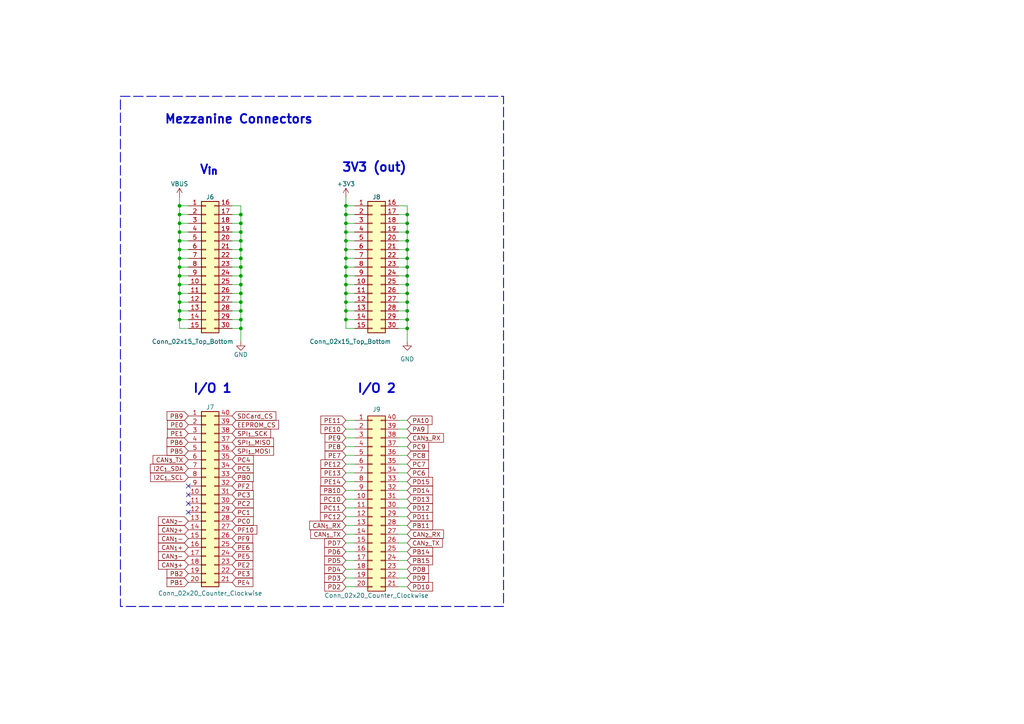
<source format=kicad_sch>
(kicad_sch (version 20231120) (generator "eeschema") (generator_version "8.0")
  (paper "A4")
  (lib_symbols
    (symbol "Connector_Generic:Conn_02x15_Top_Bottom" (pin_names (offset 1.016) hide)
      (property "Reference" "J" (at 1.27 20.32 0))
      (property "Value" "Conn_02x15_Top_Bottom" (at 1.27 -20.32 0))
      (symbol "Conn_02x15_Top_Bottom_1_1"
        (rectangle (start -1.27 -17.653) (end 0 -17.907) (stroke (width 0.1524)))
        (rectangle (start -1.27 -15.113) (end 0 -15.367) (stroke (width 0.1524)))
        (rectangle (start -1.27 -12.573) (end 0 -12.827) (stroke (width 0.1524)))
        (rectangle (start -1.27 -10.033) (end 0 -10.287) (stroke (width 0.1524)))
        (rectangle (start -1.27 -7.493) (end 0 -7.747) (stroke (width 0.1524)))
        (rectangle (start -1.27 -4.953) (end 0 -5.207) (stroke (width 0.1524)))
        (rectangle (start -1.27 -2.413) (end 0 -2.667) (stroke (width 0.1524)))
        (rectangle (start -1.27 0.127) (end 0 -0.127) (stroke (width 0.1524)))
        (rectangle (start -1.27 2.667) (end 0 2.413) (stroke (width 0.1524)))
        (rectangle (start -1.27 5.207) (end 0 4.953) (stroke (width 0.1524)))
        (rectangle (start -1.27 7.747) (end 0 7.493) (stroke (width 0.1524)))
        (rectangle (start -1.27 10.287) (end 0 10.033) (stroke (width 0.1524)))
        (rectangle (start -1.27 12.827) (end 0 12.573) (stroke (width 0.1524)))
        (rectangle (start -1.27 15.367) (end 0 15.113) (stroke (width 0.1524)))
        (rectangle (start -1.27 17.907) (end 0 17.653) (stroke (width 0.1524)))
        (rectangle (start -1.27 19.05) (end 3.81 -19.05) (stroke (width 0.254)) (fill (type background)))
        (rectangle (start 3.81 -17.653) (end 2.54 -17.907) (stroke (width 0.1524)))
        (rectangle (start 3.81 -15.113) (end 2.54 -15.367) (stroke (width 0.1524)))
        (rectangle (start 3.81 -12.573) (end 2.54 -12.827) (stroke (width 0.1524)))
        (rectangle (start 3.81 -10.033) (end 2.54 -10.287) (stroke (width 0.1524)))
        (rectangle (start 3.81 -7.493) (end 2.54 -7.747) (stroke (width 0.1524)))
        (rectangle (start 3.81 -4.953) (end 2.54 -5.207) (stroke (width 0.1524)))
        (rectangle (start 3.81 -2.413) (end 2.54 -2.667) (stroke (width 0.1524)))
        (rectangle (start 3.81 0.127) (end 2.54 -0.127) (stroke (width 0.1524)))
        (rectangle (start 3.81 2.667) (end 2.54 2.413) (stroke (width 0.1524)))
        (rectangle (start 3.81 5.207) (end 2.54 4.953) (stroke (width 0.1524)))
        (rectangle (start 3.81 7.747) (end 2.54 7.493) (stroke (width 0.1524)))
        (rectangle (start 3.81 10.287) (end 2.54 10.033) (stroke (width 0.1524)))
        (rectangle (start 3.81 12.827) (end 2.54 12.573) (stroke (width 0.1524)))
        (rectangle (start 3.81 15.367) (end 2.54 15.113) (stroke (width 0.1524)))
        (rectangle (start 3.81 17.907) (end 2.54 17.653) (stroke (width 0.1524)))
        (pin passive line (at -5.08 17.78 0) (length 3.81) (name "Pin_1") (number "1"))
        (pin passive line (at -5.08 -5.08 0) (length 3.81) (name "Pin_10") (number "10"))
        (pin passive line (at -5.08 -7.62 0) (length 3.81) (name "Pin_11") (number "11"))
        (pin passive line (at -5.08 -10.16 0) (length 3.81) (name "Pin_12") (number "12"))
        (pin passive line (at -5.08 -12.7 0) (length 3.81) (name "Pin_13") (number "13"))
        (pin passive line (at -5.08 -15.24 0) (length 3.81) (name "Pin_14") (number "14"))
        (pin passive line (at -5.08 -17.78 0) (length 3.81) (name "Pin_15") (number "15"))
        (pin passive line (at 7.62 17.78 180) (length 3.81) (name "Pin_16") (number "16"))
        (pin passive line (at 7.62 15.24 180) (length 3.81) (name "Pin_17") (number "17"))
        (pin passive line (at 7.62 12.7 180) (length 3.81) (name "Pin_18") (number "18"))
        (pin passive line (at 7.62 10.16 180) (length 3.81) (name "Pin_19") (number "19"))
        (pin passive line (at -5.08 15.24 0) (length 3.81) (name "Pin_2") (number "2"))
        (pin passive line (at 7.62 7.62 180) (length 3.81) (name "Pin_20") (number "20"))
        (pin passive line (at 7.62 5.08 180) (length 3.81) (name "Pin_21") (number "21"))
        (pin passive line (at 7.62 2.54 180) (length 3.81) (name "Pin_22") (number "22"))
        (pin passive line (at 7.62 0 180) (length 3.81) (name "Pin_23") (number "23"))
        (pin passive line (at 7.62 -2.54 180) (length 3.81) (name "Pin_24") (number "24"))
        (pin passive line (at 7.62 -5.08 180) (length 3.81) (name "Pin_25") (number "25"))
        (pin passive line (at 7.62 -7.62 180) (length 3.81) (name "Pin_26") (number "26"))
        (pin passive line (at 7.62 -10.16 180) (length 3.81) (name "Pin_27") (number "27"))
        (pin passive line (at 7.62 -12.7 180) (length 3.81) (name "Pin_28") (number "28"))
        (pin passive line (at 7.62 -15.24 180) (length 3.81) (name "Pin_29") (number "29"))
        (pin passive line (at -5.08 12.7 0) (length 3.81) (name "Pin_3") (number "3"))
        (pin passive line (at 7.62 -17.78 180) (length 3.81) (name "Pin_30") (number "30"))
        (pin passive line (at -5.08 10.16 0) (length 3.81) (name "Pin_4") (number "4"))
        (pin passive line (at -5.08 7.62 0) (length 3.81) (name "Pin_5") (number "5"))
        (pin passive line (at -5.08 5.08 0) (length 3.81) (name "Pin_6") (number "6"))
        (pin passive line (at -5.08 2.54 0) (length 3.81) (name "Pin_7") (number "7"))
        (pin passive line (at -5.08 0 0) (length 3.81) (name "Pin_8") (number "8"))
        (pin passive line (at -5.08 -2.54 0) (length 3.81) (name "Pin_9") (number "9"))
      )
    )
    (symbol "Connector_Generic:Conn_02x20_Counter_Clockwise" (pin_names (offset 1.016) hide)
      (property "Reference" "J" (at 1.27 25.4 0))
      (property "Value" "Conn_02x20_Counter_Clockwise" (at 1.27 -27.94 0))
      (symbol "Conn_02x20_Counter_Clockwise_1_1"
        (rectangle (start -1.27 -25.273) (end 0 -25.527) (stroke (width 0.1524)))
        (rectangle (start -1.27 -22.733) (end 0 -22.987) (stroke (width 0.1524)))
        (rectangle (start -1.27 -20.193) (end 0 -20.447) (stroke (width 0.1524)))
        (rectangle (start -1.27 -17.653) (end 0 -17.907) (stroke (width 0.1524)))
        (rectangle (start -1.27 -15.113) (end 0 -15.367) (stroke (width 0.1524)))
        (rectangle (start -1.27 -12.573) (end 0 -12.827) (stroke (width 0.1524)))
        (rectangle (start -1.27 -10.033) (end 0 -10.287) (stroke (width 0.1524)))
        (rectangle (start -1.27 -7.493) (end 0 -7.747) (stroke (width 0.1524)))
        (rectangle (start -1.27 -4.953) (end 0 -5.207) (stroke (width 0.1524)))
        (rectangle (start -1.27 -2.413) (end 0 -2.667) (stroke (width 0.1524)))
        (rectangle (start -1.27 0.127) (end 0 -0.127) (stroke (width 0.1524)))
        (rectangle (start -1.27 2.667) (end 0 2.413) (stroke (width 0.1524)))
        (rectangle (start -1.27 5.207) (end 0 4.953) (stroke (width 0.1524)))
        (rectangle (start -1.27 7.747) (end 0 7.493) (stroke (width 0.1524)))
        (rectangle (start -1.27 10.287) (end 0 10.033) (stroke (width 0.1524)))
        (rectangle (start -1.27 12.827) (end 0 12.573) (stroke (width 0.1524)))
        (rectangle (start -1.27 15.367) (end 0 15.113) (stroke (width 0.1524)))
        (rectangle (start -1.27 17.907) (end 0 17.653) (stroke (width 0.1524)))
        (rectangle (start -1.27 20.447) (end 0 20.193) (stroke (width 0.1524)))
        (rectangle (start -1.27 22.987) (end 0 22.733) (stroke (width 0.1524)))
        (rectangle (start -1.27 24.13) (end 3.81 -26.67) (stroke (width 0.254)) (fill (type background)))
        (rectangle (start 3.81 -25.273) (end 2.54 -25.527) (stroke (width 0.1524)))
        (rectangle (start 3.81 -22.733) (end 2.54 -22.987) (stroke (width 0.1524)))
        (rectangle (start 3.81 -20.193) (end 2.54 -20.447) (stroke (width 0.1524)))
        (rectangle (start 3.81 -17.653) (end 2.54 -17.907) (stroke (width 0.1524)))
        (rectangle (start 3.81 -15.113) (end 2.54 -15.367) (stroke (width 0.1524)))
        (rectangle (start 3.81 -12.573) (end 2.54 -12.827) (stroke (width 0.1524)))
        (rectangle (start 3.81 -10.033) (end 2.54 -10.287) (stroke (width 0.1524)))
        (rectangle (start 3.81 -7.493) (end 2.54 -7.747) (stroke (width 0.1524)))
        (rectangle (start 3.81 -4.953) (end 2.54 -5.207) (stroke (width 0.1524)))
        (rectangle (start 3.81 -2.413) (end 2.54 -2.667) (stroke (width 0.1524)))
        (rectangle (start 3.81 0.127) (end 2.54 -0.127) (stroke (width 0.1524)))
        (rectangle (start 3.81 2.667) (end 2.54 2.413) (stroke (width 0.1524)))
        (rectangle (start 3.81 5.207) (end 2.54 4.953) (stroke (width 0.1524)))
        (rectangle (start 3.81 7.747) (end 2.54 7.493) (stroke (width 0.1524)))
        (rectangle (start 3.81 10.287) (end 2.54 10.033) (stroke (width 0.1524)))
        (rectangle (start 3.81 12.827) (end 2.54 12.573) (stroke (width 0.1524)))
        (rectangle (start 3.81 15.367) (end 2.54 15.113) (stroke (width 0.1524)))
        (rectangle (start 3.81 17.907) (end 2.54 17.653) (stroke (width 0.1524)))
        (rectangle (start 3.81 20.447) (end 2.54 20.193) (stroke (width 0.1524)))
        (rectangle (start 3.81 22.987) (end 2.54 22.733) (stroke (width 0.1524)))
        (pin passive line (at -5.08 22.86 0) (length 3.81) (name "Pin_1") (number "1"))
        (pin passive line (at -5.08 0 0) (length 3.81) (name "Pin_10") (number "10"))
        (pin passive line (at -5.08 -2.54 0) (length 3.81) (name "Pin_11") (number "11"))
        (pin passive line (at -5.08 -5.08 0) (length 3.81) (name "Pin_12") (number "12"))
        (pin passive line (at -5.08 -7.62 0) (length 3.81) (name "Pin_13") (number "13"))
        (pin passive line (at -5.08 -10.16 0) (length 3.81) (name "Pin_14") (number "14"))
        (pin passive line (at -5.08 -12.7 0) (length 3.81) (name "Pin_15") (number "15"))
        (pin passive line (at -5.08 -15.24 0) (length 3.81) (name "Pin_16") (number "16"))
        (pin passive line (at -5.08 -17.78 0) (length 3.81) (name "Pin_17") (number "17"))
        (pin passive line (at -5.08 -20.32 0) (length 3.81) (name "Pin_18") (number "18"))
        (pin passive line (at -5.08 -22.86 0) (length 3.81) (name "Pin_19") (number "19"))
        (pin passive line (at -5.08 20.32 0) (length 3.81) (name "Pin_2") (number "2"))
        (pin passive line (at -5.08 -25.4 0) (length 3.81) (name "Pin_20") (number "20"))
        (pin passive line (at 7.62 -25.4 180) (length 3.81) (name "Pin_21") (number "21"))
        (pin passive line (at 7.62 -22.86 180) (length 3.81) (name "Pin_22") (number "22"))
        (pin passive line (at 7.62 -20.32 180) (length 3.81) (name "Pin_23") (number "23"))
        (pin passive line (at 7.62 -17.78 180) (length 3.81) (name "Pin_24") (number "24"))
        (pin passive line (at 7.62 -15.24 180) (length 3.81) (name "Pin_25") (number "25"))
        (pin passive line (at 7.62 -12.7 180) (length 3.81) (name "Pin_26") (number "26"))
        (pin passive line (at 7.62 -10.16 180) (length 3.81) (name "Pin_27") (number "27"))
        (pin passive line (at 7.62 -7.62 180) (length 3.81) (name "Pin_28") (number "28"))
        (pin passive line (at 7.62 -5.08 180) (length 3.81) (name "Pin_29") (number "29"))
        (pin passive line (at -5.08 17.78 0) (length 3.81) (name "Pin_3") (number "3"))
        (pin passive line (at 7.62 -2.54 180) (length 3.81) (name "Pin_30") (number "30"))
        (pin passive line (at 7.62 0 180) (length 3.81) (name "Pin_31") (number "31"))
        (pin passive line (at 7.62 2.54 180) (length 3.81) (name "Pin_32") (number "32"))
        (pin passive line (at 7.62 5.08 180) (length 3.81) (name "Pin_33") (number "33"))
        (pin passive line (at 7.62 7.62 180) (length 3.81) (name "Pin_34") (number "34"))
        (pin passive line (at 7.62 10.16 180) (length 3.81) (name "Pin_35") (number "35"))
        (pin passive line (at 7.62 12.7 180) (length 3.81) (name "Pin_36") (number "36"))
        (pin passive line (at 7.62 15.24 180) (length 3.81) (name "Pin_37") (number "37"))
        (pin passive line (at 7.62 17.78 180) (length 3.81) (name "Pin_38") (number "38"))
        (pin passive line (at 7.62 20.32 180) (length 3.81) (name "Pin_39") (number "39"))
        (pin passive line (at -5.08 15.24 0) (length 3.81) (name "Pin_4") (number "4"))
        (pin passive line (at 7.62 22.86 180) (length 3.81) (name "Pin_40") (number "40"))
        (pin passive line (at -5.08 12.7 0) (length 3.81) (name "Pin_5") (number "5"))
        (pin passive line (at -5.08 10.16 0) (length 3.81) (name "Pin_6") (number "6"))
        (pin passive line (at -5.08 7.62 0) (length 3.81) (name "Pin_7") (number "7"))
        (pin passive line (at -5.08 5.08 0) (length 3.81) (name "Pin_8") (number "8"))
        (pin passive line (at -5.08 2.54 0) (length 3.81) (name "Pin_9") (number "9"))
      )
    )
    (symbol "power:+3V3" (power) (pin_names (offset 0))
      (property "Value" "+3V3" (at 0 3.556 0))
      (symbol "+3V3_0_1"
        (polyline (pts (xy -0.762 1.27) (xy 0 2.54)))
        (polyline (pts (xy 0 0) (xy 0 2.54)))
        (polyline (pts (xy 0 2.54) (xy 0.762 1.27)))
      )
      (symbol "+3V3_1_1"
        (pin power_in line (at 0 0 90) (length 0) hide (name "+3V3") (number "1"))
      )
    )
    (symbol "power:GND" (power) (pin_names (offset 0))
      (property "Value" "GND" (at 0 -3.81 0))
      (symbol "GND_0_1"
        (polyline (pts (xy 0 0) (xy 0 -1.27) (xy 1.27 -1.27) (xy 0 -2.54) (xy -1.27 -1.27) (xy 0 -1.27)))
      )
      (symbol "GND_1_1"
        (pin power_in line (at 0 0 270) (length 0) hide (name "GND") (number "1"))
      )
    )
    (symbol "power:VBUS" (power) (pin_names (offset 0))
      (property "Value" "VBUS" (at 0 3.81 0))
      (symbol "VBUS_0_1"
        (polyline (pts (xy -0.762 1.27) (xy 0 2.54)))
        (polyline (pts (xy 0 0) (xy 0 2.54)))
        (polyline (pts (xy 0 2.54) (xy 0.762 1.27)))
      )
      (symbol "VBUS_1_1"
        (pin power_in line (at 0 0 90) (length 0) hide (name "VBUS") (number "1"))
      )
    )
  )
  (junction (at 118.11 77.47))
  (junction (at 69.85 77.47))
  (junction (at 52.07 90.17))
  (junction (at 100.33 77.47))
  (junction (at 52.07 69.85))
  (junction (at 100.33 72.39))
  (junction (at 52.07 62.23))
  (junction (at 69.85 90.17))
  (junction (at 69.85 80.01))
  (junction (at 52.07 80.01))
  (junction (at 69.85 87.63))
  (junction (at 52.07 82.55))
  (junction (at 52.07 64.77))
  (junction (at 118.11 82.55))
  (junction (at 100.33 90.17))
  (junction (at 100.33 59.69))
  (junction (at 69.85 85.09))
  (junction (at 100.33 62.23))
  (junction (at 69.85 64.77))
  (junction (at 100.33 80.01))
  (junction (at 118.11 95.25))
  (junction (at 100.33 82.55))
  (junction (at 52.07 59.69))
  (junction (at 69.85 95.25))
  (junction (at 118.11 62.23))
  (junction (at 118.11 67.31))
  (junction (at 69.85 92.71))
  (junction (at 118.11 90.17))
  (junction (at 118.11 69.85))
  (junction (at 52.07 74.93))
  (junction (at 69.85 74.93))
  (junction (at 100.33 67.31))
  (junction (at 100.33 85.09))
  (junction (at 100.33 92.71))
  (junction (at 118.11 87.63))
  (junction (at 69.85 67.31))
  (junction (at 100.33 87.63))
  (junction (at 52.07 87.63))
  (junction (at 52.07 67.31))
  (junction (at 100.33 74.93))
  (junction (at 52.07 77.47))
  (junction (at 118.11 92.71))
  (junction (at 52.07 92.71))
  (junction (at 100.33 69.85))
  (junction (at 52.07 72.39))
  (junction (at 118.11 85.09))
  (junction (at 69.85 62.23))
  (junction (at 69.85 69.85))
  (junction (at 118.11 74.93))
  (junction (at 52.07 85.09))
  (junction (at 118.11 72.39))
  (junction (at 69.85 82.55))
  (junction (at 118.11 64.77))
  (junction (at 69.85 72.39))
  (junction (at 118.11 80.01))
  (junction (at 100.33 64.77))
  (no_connect (at 54.61 143.51))
  (no_connect (at 54.61 140.97))
  (no_connect (at 54.61 148.59))
  (no_connect (at 54.61 146.05))
  (wire (pts (xy 115.57 62.23) (xy 118.11 62.23)))
  (wire (pts (xy 52.07 90.17) (xy 54.61 90.17)))
  (wire (pts (xy 118.11 69.85) (xy 118.11 72.39)))
  (wire (pts (xy 100.33 72.39) (xy 102.87 72.39)))
  (wire (pts (xy 69.85 82.55) (xy 69.85 85.09)))
  (wire (pts (xy 115.57 77.47) (xy 118.11 77.47)))
  (wire (pts (xy 100.33 67.31) (xy 100.33 64.77)))
  (wire (pts (xy 118.11 67.31) (xy 118.11 69.85)))
  (wire (pts (xy 52.07 90.17) (xy 52.07 87.63)))
  (wire (pts (xy 100.33 87.63) (xy 100.33 85.09)))
  (wire (pts (xy 69.85 90.17) (xy 69.85 92.71)))
  (wire (pts (xy 100.33 92.71) (xy 102.87 92.71)))
  (wire (pts (xy 100.33 95.25) (xy 100.33 92.71)))
  (wire (pts (xy 115.57 59.69) (xy 118.11 59.69)))
  (wire (pts (xy 100.33 160.02) (xy 102.87 160.02)))
  (wire (pts (xy 67.31 87.63) (xy 69.85 87.63)))
  (wire (pts (xy 118.11 77.47) (xy 118.11 80.01)))
  (wire (pts (xy 118.11 95.25) (xy 115.57 95.25)))
  (wire (pts (xy 100.33 92.71) (xy 100.33 90.17)))
  (wire (pts (xy 69.85 69.85) (xy 69.85 72.39)))
  (wire (pts (xy 52.07 80.01) (xy 54.61 80.01)))
  (wire (pts (xy 100.33 121.92) (xy 102.87 121.92)))
  (wire (pts (xy 100.33 149.86) (xy 102.87 149.86)))
  (wire (pts (xy 118.11 85.09) (xy 118.11 87.63)))
  (wire (pts (xy 100.33 77.47) (xy 102.87 77.47)))
  (wire (pts (xy 118.11 152.4) (xy 115.57 152.4)))
  (wire (pts (xy 100.33 80.01) (xy 100.33 77.47)))
  (wire (pts (xy 69.85 72.39) (xy 69.85 74.93)))
  (wire (pts (xy 52.07 80.01) (xy 52.07 77.47)))
  (wire (pts (xy 115.57 85.09) (xy 118.11 85.09)))
  (wire (pts (xy 69.85 62.23) (xy 69.85 64.77)))
  (wire (pts (xy 52.07 85.09) (xy 52.07 82.55)))
  (wire (pts (xy 100.33 67.31) (xy 102.87 67.31)))
  (wire (pts (xy 67.31 92.71) (xy 69.85 92.71)))
  (wire (pts (xy 100.33 62.23) (xy 100.33 59.69)))
  (wire (pts (xy 100.33 127) (xy 102.87 127)))
  (wire (pts (xy 118.11 59.69) (xy 118.11 62.23)))
  (wire (pts (xy 69.85 87.63) (xy 69.85 90.17)))
  (wire (pts (xy 67.31 69.85) (xy 69.85 69.85)))
  (wire (pts (xy 67.31 85.09) (xy 69.85 85.09)))
  (wire (pts (xy 69.85 92.71) (xy 69.85 95.25)))
  (wire (pts (xy 52.07 82.55) (xy 54.61 82.55)))
  (wire (pts (xy 100.33 69.85) (xy 100.33 67.31)))
  (wire (pts (xy 67.31 77.47) (xy 69.85 77.47)))
  (wire (pts (xy 100.33 72.39) (xy 100.33 69.85)))
  (wire (pts (xy 118.11 162.56) (xy 115.57 162.56)))
  (wire (pts (xy 100.33 77.47) (xy 100.33 74.93)))
  (wire (pts (xy 118.11 72.39) (xy 118.11 74.93)))
  (wire (pts (xy 118.11 139.7) (xy 115.57 139.7)))
  (wire (pts (xy 118.11 144.78) (xy 115.57 144.78)))
  (wire (pts (xy 67.31 72.39) (xy 69.85 72.39)))
  (wire (pts (xy 118.11 147.32) (xy 115.57 147.32)))
  (wire (pts (xy 100.33 154.94) (xy 102.87 154.94)))
  (wire (pts (xy 118.11 90.17) (xy 118.11 92.71)))
  (wire (pts (xy 102.87 95.25) (xy 100.33 95.25)))
  (wire (pts (xy 118.11 121.92) (xy 115.57 121.92)))
  (wire (pts (xy 118.11 149.86) (xy 115.57 149.86)))
  (wire (pts (xy 115.57 69.85) (xy 118.11 69.85)))
  (wire (pts (xy 118.11 132.08) (xy 115.57 132.08)))
  (wire (pts (xy 100.33 162.56) (xy 102.87 162.56)))
  (wire (pts (xy 52.07 72.39) (xy 54.61 72.39)))
  (wire (pts (xy 100.33 142.24) (xy 102.87 142.24)))
  (wire (pts (xy 100.33 152.4) (xy 102.87 152.4)))
  (wire (pts (xy 100.33 74.93) (xy 100.33 72.39)))
  (wire (pts (xy 118.11 154.94) (xy 115.57 154.94)))
  (wire (pts (xy 67.31 67.31) (xy 69.85 67.31)))
  (wire (pts (xy 100.33 57.15) (xy 100.33 59.69)))
  (wire (pts (xy 67.31 90.17) (xy 69.85 90.17)))
  (wire (pts (xy 52.07 92.71) (xy 52.07 90.17)))
  (wire (pts (xy 100.33 90.17) (xy 102.87 90.17)))
  (wire (pts (xy 100.33 82.55) (xy 102.87 82.55)))
  (wire (pts (xy 100.33 90.17) (xy 100.33 87.63)))
  (wire (pts (xy 54.61 95.25) (xy 52.07 95.25)))
  (wire (pts (xy 118.11 127) (xy 115.57 127)))
  (wire (pts (xy 52.07 87.63) (xy 52.07 85.09)))
  (wire (pts (xy 52.07 95.25) (xy 52.07 92.71)))
  (wire (pts (xy 118.11 80.01) (xy 118.11 82.55)))
  (wire (pts (xy 67.31 80.01) (xy 69.85 80.01)))
  (wire (pts (xy 118.11 64.77) (xy 118.11 67.31)))
  (wire (pts (xy 52.07 82.55) (xy 52.07 80.01)))
  (wire (pts (xy 52.07 62.23) (xy 54.61 62.23)))
  (wire (pts (xy 52.07 67.31) (xy 54.61 67.31)))
  (wire (pts (xy 100.33 144.78) (xy 102.87 144.78)))
  (wire (pts (xy 118.11 74.93) (xy 118.11 77.47)))
  (wire (pts (xy 52.07 77.47) (xy 52.07 74.93)))
  (wire (pts (xy 52.07 64.77) (xy 52.07 62.23)))
  (wire (pts (xy 115.57 92.71) (xy 118.11 92.71)))
  (wire (pts (xy 52.07 74.93) (xy 54.61 74.93)))
  (wire (pts (xy 69.85 77.47) (xy 69.85 80.01)))
  (wire (pts (xy 100.33 134.62) (xy 102.87 134.62)))
  (wire (pts (xy 100.33 124.46) (xy 102.87 124.46)))
  (wire (pts (xy 118.11 142.24) (xy 115.57 142.24)))
  (wire (pts (xy 118.11 157.48) (xy 115.57 157.48)))
  (wire (pts (xy 118.11 87.63) (xy 118.11 90.17)))
  (wire (pts (xy 100.33 165.1) (xy 102.87 165.1)))
  (wire (pts (xy 69.85 95.25) (xy 67.31 95.25)))
  (wire (pts (xy 52.07 92.71) (xy 54.61 92.71)))
  (wire (pts (xy 100.33 147.32) (xy 102.87 147.32)))
  (wire (pts (xy 52.07 72.39) (xy 52.07 69.85)))
  (wire (pts (xy 100.33 64.77) (xy 102.87 64.77)))
  (wire (pts (xy 115.57 74.93) (xy 118.11 74.93)))
  (wire (pts (xy 100.33 74.93) (xy 102.87 74.93)))
  (wire (pts (xy 100.33 64.77) (xy 100.33 62.23)))
  (wire (pts (xy 52.07 77.47) (xy 54.61 77.47)))
  (wire (pts (xy 118.11 124.46) (xy 115.57 124.46)))
  (wire (pts (xy 100.33 62.23) (xy 102.87 62.23)))
  (wire (pts (xy 52.07 69.85) (xy 54.61 69.85)))
  (wire (pts (xy 118.11 82.55) (xy 118.11 85.09)))
  (wire (pts (xy 118.11 170.18) (xy 115.57 170.18)))
  (wire (pts (xy 52.07 67.31) (xy 52.07 64.77)))
  (wire (pts (xy 69.85 64.77) (xy 69.85 67.31)))
  (wire (pts (xy 115.57 82.55) (xy 118.11 82.55)))
  (wire (pts (xy 100.33 170.18) (xy 102.87 170.18)))
  (wire (pts (xy 69.85 59.69) (xy 69.85 62.23)))
  (wire (pts (xy 67.31 74.93) (xy 69.85 74.93)))
  (wire (pts (xy 52.07 87.63) (xy 54.61 87.63)))
  (wire (pts (xy 100.33 85.09) (xy 102.87 85.09)))
  (wire (pts (xy 52.07 85.09) (xy 54.61 85.09)))
  (wire (pts (xy 118.11 167.64) (xy 115.57 167.64)))
  (wire (pts (xy 115.57 87.63) (xy 118.11 87.63)))
  (wire (pts (xy 100.33 139.7) (xy 102.87 139.7)))
  (wire (pts (xy 100.33 157.48) (xy 102.87 157.48)))
  (wire (pts (xy 52.07 62.23) (xy 52.07 59.69)))
  (wire (pts (xy 69.85 67.31) (xy 69.85 69.85)))
  (wire (pts (xy 115.57 72.39) (xy 118.11 72.39)))
  (wire (pts (xy 118.11 62.23) (xy 118.11 64.77)))
  (wire (pts (xy 100.33 137.16) (xy 102.87 137.16)))
  (wire (pts (xy 118.11 137.16) (xy 115.57 137.16)))
  (wire (pts (xy 100.33 59.69) (xy 102.87 59.69)))
  (wire (pts (xy 118.11 95.25) (xy 118.11 99.06)))
  (wire (pts (xy 115.57 64.77) (xy 118.11 64.77)))
  (wire (pts (xy 52.07 74.93) (xy 52.07 72.39)))
  (wire (pts (xy 67.31 62.23) (xy 69.85 62.23)))
  (wire (pts (xy 118.11 160.02) (xy 115.57 160.02)))
  (wire (pts (xy 100.33 132.08) (xy 102.87 132.08)))
  (wire (pts (xy 100.33 167.64) (xy 102.87 167.64)))
  (wire (pts (xy 118.11 92.71) (xy 118.11 95.25)))
  (wire (pts (xy 52.07 57.15) (xy 52.07 59.69)))
  (wire (pts (xy 67.31 64.77) (xy 69.85 64.77)))
  (wire (pts (xy 118.11 129.54) (xy 115.57 129.54)))
  (wire (pts (xy 52.07 69.85) (xy 52.07 67.31)))
  (wire (pts (xy 115.57 90.17) (xy 118.11 90.17)))
  (wire (pts (xy 69.85 80.01) (xy 69.85 82.55)))
  (wire (pts (xy 67.31 82.55) (xy 69.85 82.55)))
  (wire (pts (xy 100.33 85.09) (xy 100.33 82.55)))
  (wire (pts (xy 115.57 80.01) (xy 118.11 80.01)))
  (wire (pts (xy 118.11 165.1) (xy 115.57 165.1)))
  (wire (pts (xy 69.85 74.93) (xy 69.85 77.47)))
  (wire (pts (xy 115.57 67.31) (xy 118.11 67.31)))
  (wire (pts (xy 100.33 82.55) (xy 100.33 80.01)))
  (wire (pts (xy 52.07 64.77) (xy 54.61 64.77)))
  (wire (pts (xy 67.31 59.69) (xy 69.85 59.69)))
  (wire (pts (xy 69.85 95.25) (xy 69.85 99.06)))
  (wire (pts (xy 100.33 80.01) (xy 102.87 80.01)))
  (wire (pts (xy 100.33 87.63) (xy 102.87 87.63)))
  (wire (pts (xy 69.85 85.09) (xy 69.85 87.63)))
  (wire (pts (xy 100.33 129.54) (xy 102.87 129.54)))
  (wire (pts (xy 118.11 134.62) (xy 115.57 134.62)))
  (wire (pts (xy 52.07 59.69) (xy 54.61 59.69)))
  (wire (pts (xy 100.33 69.85) (xy 102.87 69.85)))
  (rectangle (start 34.925 27.94) (end 146.05 175.895) (stroke (width 0.254) (type dash)))
  (text "I/O 1" (at 55.88 114.3 0) (effects (font (size 2.54 2.54) (bold yes)) (justify left bottom)))
  (text "Mezzanine Connectors" (at 47.625 36.195 0) (effects (font (size 2.54 2.54) (bold yes)) (justify left bottom)))
  (text "I/O 2" (at 103.505 114.3 0) (effects (font (size 2.54 2.54) (bold yes)) (justify left bottom)))
  (text "V_{in}" (at 57.785 50.8 0) (effects (font (size 2.54 2.54) (bold yes)) (justify left bottom)))
  (text "3V3 (out)" (at 99.06 50.165 0) (effects (font (size 2.54 2.54) (bold yes)) (justify left bottom)))
  (global_label "PE3" (shape input) (at 67.31 166.37 0) (property "Intersheetrefs" "${INTERSHEET_REFS}" (effects (hide yes))))
  (global_label "PD5" (shape input) (at 100.33 162.56 180) (property "Intersheetrefs" "${INTERSHEET_REFS}" (effects (hide yes))))
  (global_label "CAN_{2}-" (shape input) (at 54.61 151.13 180) (property "Intersheetrefs" "${INTERSHEET_REFS}" (effects (hide yes))))
  (global_label "PD3" (shape input) (at 100.33 167.64 180) (property "Intersheetrefs" "${INTERSHEET_REFS}" (effects (hide yes))))
  (global_label "PB15" (shape input) (at 118.11 162.56 0) (property "Intersheetrefs" "${INTERSHEET_REFS}" (effects (hide yes))))
  (global_label "PE8" (shape input) (at 100.33 129.54 180) (property "Intersheetrefs" "${INTERSHEET_REFS}" (effects (hide yes))))
  (global_label "PB5" (shape input) (at 54.61 130.81 180) (property "Intersheetrefs" "${INTERSHEET_REFS}" (effects (hide yes))))
  (global_label "PE10" (shape input) (at 100.33 124.46 180) (property "Intersheetrefs" "${INTERSHEET_REFS}" (effects (hide yes))))
  (global_label "SPI_{1}_SCK" (shape input) (at 67.31 125.73 0) (property "Intersheetrefs" "${INTERSHEET_REFS}" (effects (hide yes))))
  (global_label "PD6" (shape input) (at 100.33 160.02 180) (property "Intersheetrefs" "${INTERSHEET_REFS}" (effects (hide yes))))
  (global_label "PD7" (shape input) (at 100.33 157.48 180) (property "Intersheetrefs" "${INTERSHEET_REFS}" (effects (hide yes))))
  (global_label "PE14" (shape input) (at 100.33 139.7 180) (property "Intersheetrefs" "${INTERSHEET_REFS}" (effects (hide yes))))
  (global_label "CAN_{1}_RX" (shape input) (at 100.33 152.4 180) (property "Intersheetrefs" "${INTERSHEET_REFS}" (effects (hide yes))))
  (global_label "PC5" (shape input) (at 67.31 135.89 0) (property "Intersheetrefs" "${INTERSHEET_REFS}" (effects (hide yes))))
  (global_label "PE0" (shape input) (at 54.61 123.19 180) (property "Intersheetrefs" "${INTERSHEET_REFS}" (effects (hide yes))))
  (global_label "PE6" (shape input) (at 67.31 158.75 0) (property "Intersheetrefs" "${INTERSHEET_REFS}" (effects (hide yes))))
  (global_label "PB0" (shape input) (at 67.31 138.43 0) (property "Intersheetrefs" "${INTERSHEET_REFS}" (effects (hide yes))))
  (global_label "SPI_{1}_MOSI" (shape input) (at 67.31 130.81 0) (property "Intersheetrefs" "${INTERSHEET_REFS}" (effects (hide yes))))
  (global_label "PD9" (shape input) (at 118.11 167.64 0) (property "Intersheetrefs" "${INTERSHEET_REFS}" (effects (hide yes))))
  (global_label "PF9" (shape input) (at 67.31 156.21 0) (property "Intersheetrefs" "${INTERSHEET_REFS}" (effects (hide yes))))
  (global_label "PC7" (shape input) (at 118.11 134.62 0) (property "Intersheetrefs" "${INTERSHEET_REFS}" (effects (hide yes))))
  (global_label "I2C_{1}_SDA" (shape input) (at 54.61 135.89 180) (property "Intersheetrefs" "${INTERSHEET_REFS}" (effects (hide yes))))
  (global_label "PC11" (shape input) (at 100.33 147.32 180) (property "Intersheetrefs" "${INTERSHEET_REFS}" (effects (hide yes))))
  (global_label "CAN_{1}-" (shape input) (at 54.61 156.21 180) (property "Intersheetrefs" "${INTERSHEET_REFS}" (effects (hide yes))))
  (global_label "PC9" (shape input) (at 118.11 129.54 0) (property "Intersheetrefs" "${INTERSHEET_REFS}" (effects (hide yes))))
  (global_label "PD2" (shape input) (at 100.33 170.18 180) (property "Intersheetrefs" "${INTERSHEET_REFS}" (effects (hide yes))))
  (global_label "PC2" (shape input) (at 67.31 146.05 0) (property "Intersheetrefs" "${INTERSHEET_REFS}" (effects (hide yes))))
  (global_label "PA9" (shape input) (at 118.11 124.46 0) (property "Intersheetrefs" "${INTERSHEET_REFS}" (effects (hide yes))))
  (global_label "PD14" (shape input) (at 118.11 142.24 0) (property "Intersheetrefs" "${INTERSHEET_REFS}" (effects (hide yes))))
  (global_label "PD10" (shape input) (at 118.11 170.18 0) (property "Intersheetrefs" "${INTERSHEET_REFS}" (effects (hide yes))))
  (global_label "PD8" (shape input) (at 118.11 165.1 0) (property "Intersheetrefs" "${INTERSHEET_REFS}" (effects (hide yes))))
  (global_label "I2C_{1}_SCL" (shape input) (at 54.61 138.43 180) (property "Intersheetrefs" "${INTERSHEET_REFS}" (effects (hide yes))))
  (global_label "PB14" (shape input) (at 118.11 160.02 0) (property "Intersheetrefs" "${INTERSHEET_REFS}" (effects (hide yes))))
  (global_label "PA10" (shape input) (at 118.11 121.92 0) (property "Intersheetrefs" "${INTERSHEET_REFS}" (effects (hide yes))))
  (global_label "CAN_{3}-" (shape input) (at 54.61 161.29 180) (property "Intersheetrefs" "${INTERSHEET_REFS}" (effects (hide yes))))
  (global_label "PC6" (shape input) (at 118.11 137.16 0) (property "Intersheetrefs" "${INTERSHEET_REFS}" (effects (hide yes))))
  (global_label "PB6" (shape input) (at 54.61 128.27 180) (property "Intersheetrefs" "${INTERSHEET_REFS}" (effects (hide yes))))
  (global_label "CAN_{1}+" (shape input) (at 54.61 158.75 180) (property "Intersheetrefs" "${INTERSHEET_REFS}" (effects (hide yes))))
  (global_label "PB10" (shape input) (at 100.33 142.24 180) (property "Intersheetrefs" "${INTERSHEET_REFS}" (effects (hide yes))))
  (global_label "CAN_{3}_RX" (shape input) (at 118.11 127 0) (property "Intersheetrefs" "${INTERSHEET_REFS}" (effects (hide yes))))
  (global_label "PE11" (shape input) (at 100.33 121.92 180) (property "Intersheetrefs" "${INTERSHEET_REFS}" (effects (hide yes))))
  (global_label "PE13" (shape input) (at 100.33 137.16 180) (property "Intersheetrefs" "${INTERSHEET_REFS}" (effects (hide yes))))
  (global_label "SPI_{1}_MISO" (shape input) (at 67.31 128.27 0) (property "Intersheetrefs" "${INTERSHEET_REFS}" (effects (hide yes))))
  (global_label "PE2" (shape input) (at 67.31 163.83 0) (property "Intersheetrefs" "${INTERSHEET_REFS}" (effects (hide yes))))
  (global_label "PD15" (shape input) (at 118.11 139.7 0) (property "Intersheetrefs" "${INTERSHEET_REFS}" (effects (hide yes))))
  (global_label "CAN_{2}_RX" (shape input) (at 118.11 154.94 0) (property "Intersheetrefs" "${INTERSHEET_REFS}" (effects (hide yes))))
  (global_label "PE5" (shape input) (at 67.31 161.29 0) (property "Intersheetrefs" "${INTERSHEET_REFS}" (effects (hide yes))))
  (global_label "PE12" (shape input) (at 100.33 134.62 180) (property "Intersheetrefs" "${INTERSHEET_REFS}" (effects (hide yes))))
  (global_label "PF10" (shape input) (at 67.31 153.67 0) (property "Intersheetrefs" "${INTERSHEET_REFS}" (effects (hide yes))))
  (global_label "PB1" (shape input) (at 54.61 168.91 180) (property "Intersheetrefs" "${INTERSHEET_REFS}" (effects (hide yes))))
  (global_label "PC3" (shape input) (at 67.31 143.51 0) (property "Intersheetrefs" "${INTERSHEET_REFS}" (effects (hide yes))))
  (global_label "PC4" (shape input) (at 67.31 133.35 0) (property "Intersheetrefs" "${INTERSHEET_REFS}" (effects (hide yes))))
  (global_label "PB9" (shape input) (at 54.61 120.65 180) (property "Intersheetrefs" "${INTERSHEET_REFS}" (effects (hide yes))))
  (global_label "PE4" (shape input) (at 67.31 168.91 0) (property "Intersheetrefs" "${INTERSHEET_REFS}" (effects (hide yes))))
  (global_label "PB11" (shape input) (at 118.11 152.4 0) (property "Intersheetrefs" "${INTERSHEET_REFS}" (effects (hide yes))))
  (global_label "PC8" (shape input) (at 118.11 132.08 0) (property "Intersheetrefs" "${INTERSHEET_REFS}" (effects (hide yes))))
  (global_label "CAN_{1}_TX" (shape input) (at 100.33 154.94 180) (property "Intersheetrefs" "${INTERSHEET_REFS}" (effects (hide yes))))
  (global_label "PC0" (shape input) (at 67.31 151.13 0) (property "Intersheetrefs" "${INTERSHEET_REFS}" (effects (hide yes))))
  (global_label "CAN_{3}+" (shape input) (at 54.61 163.83 180) (property "Intersheetrefs" "${INTERSHEET_REFS}" (effects (hide yes))))
  (global_label "PE7" (shape input) (at 100.33 132.08 180) (property "Intersheetrefs" "${INTERSHEET_REFS}" (effects (hide yes))))
  (global_label "PE1" (shape input) (at 54.61 125.73 180) (property "Intersheetrefs" "${INTERSHEET_REFS}" (effects (hide yes))))
  (global_label "PD13" (shape input) (at 118.11 144.78 0) (property "Intersheetrefs" "${INTERSHEET_REFS}" (effects (hide yes))))
  (global_label "PD4" (shape input) (at 100.33 165.1 180) (property "Intersheetrefs" "${INTERSHEET_REFS}" (effects (hide yes))))
  (global_label "SDCard_CS" (shape input) (at 67.31 120.65 0) (property "Intersheetrefs" "${INTERSHEET_REFS}" (effects (hide yes))))
  (global_label "EEPROM_CS" (shape input) (at 67.31 123.19 0) (property "Intersheetrefs" "${INTERSHEET_REFS}" (effects (hide yes))))
  (global_label "PE9" (shape input) (at 100.33 127 180) (property "Intersheetrefs" "${INTERSHEET_REFS}" (effects (hide yes))))
  (global_label "CAN_{3}_TX" (shape input) (at 54.61 133.35 180) (property "Intersheetrefs" "${INTERSHEET_REFS}" (effects (hide yes))))
  (global_label "PD12" (shape input) (at 118.11 147.32 0) (property "Intersheetrefs" "${INTERSHEET_REFS}" (effects (hide yes))))
  (global_label "CAN_{2}+" (shape input) (at 54.61 153.67 180) (property "Intersheetrefs" "${INTERSHEET_REFS}" (effects (hide yes))))
  (global_label "PC10" (shape input) (at 100.33 144.78 180) (property "Intersheetrefs" "${INTERSHEET_REFS}" (effects (hide yes))))
  (global_label "PF2" (shape input) (at 67.31 140.97 0) (property "Intersheetrefs" "${INTERSHEET_REFS}" (effects (hide yes))))
  (global_label "PC1" (shape input) (at 67.31 148.59 0) (property "Intersheetrefs" "${INTERSHEET_REFS}" (effects (hide yes))))
  (global_label "CAN_{2}_TX" (shape input) (at 118.11 157.48 0) (property "Intersheetrefs" "${INTERSHEET_REFS}" (effects (hide yes))))
  (global_label "PC12" (shape input) (at 100.33 149.86 180) (property "Intersheetrefs" "${INTERSHEET_REFS}" (effects (hide yes))))
  (global_label "PD11" (shape input) (at 118.11 149.86 0) (property "Intersheetrefs" "${INTERSHEET_REFS}" (effects (hide yes))))
  (global_label "PB2" (shape input) (at 54.61 166.37 180) (property "Intersheetrefs" "${INTERSHEET_REFS}" (effects (hide yes))))
  (symbol (lib_id "power:+3V3") (at 100.33 57.15 0) (unit 1)
    (property "Reference" "#PWR070" (effects (hide yes)))
    (property "Value" "+3V3" (at 100.33 53.34 0))
  )
  (symbol (lib_id "Connector_Generic:Conn_02x15_Top_Bottom") (at 59.69 77.47 0) (unit 1)
    (property "Reference" "J6" (at 60.96 57.15 0))
    (property "Value" "Conn_02x15_Top_Bottom" (at 55.88 99.06 0))
    (property "Footprint" "AddProject_footprints:DF40C-30DS" (effects (hide yes)))
    (property "Digikey" "H11622CT-ND" (effects (hide yes)))
    (property "Name" "DF40C-30DP-0.4V(51)" (effects (hide yes)))
  )
  (symbol (lib_id "power:GND") (at 118.11 99.06 0) (unit 1)
    (property "Reference" "#PWR071" (effects (hide yes)))
    (property "Value" "GND" (at 118.11 104.14 0))
  )
  (symbol (lib_id "Connector_Generic:Conn_02x20_Counter_Clockwise") (at 59.69 143.51 0) (unit 1)
    (property "Reference" "J7" (at 60.96 118.11 0))
    (property "Value" "Conn_02x20_Counter_Clockwise" (at 60.96 172.085 0))
    (property "Footprint" "AddProject_footprints:DF40C-40DS" (effects (hide yes)))
    (property "Name" "DF40C-40DP-0.4V(51)" (effects (hide yes)))
    (property "Digikey" "H11624CT-ND" (effects (hide yes)))
  )
  (symbol (lib_id "Connector_Generic:Conn_02x20_Counter_Clockwise") (at 107.95 144.78 0) (unit 1)
    (property "Reference" "J9" (at 109.22 118.745 0))
    (property "Value" "Conn_02x20_Counter_Clockwise" (at 109.22 172.72 0))
    (property "Footprint" "AddProject_footprints:DF40C-40DS" (effects (hide yes)))
    (property "Digikey" "H11624CT-ND" (effects (hide yes)))
    (property "Name" "DF40C-40DP-0.4V(51)" (effects (hide yes)))
  )
  (symbol (lib_id "power:VBUS") (at 52.07 57.15 0) (unit 1)
    (property "Reference" "#PWR068" (effects (hide yes)))
    (property "Value" "VBUS" (at 52.07 53.34 0))
  )
  (symbol (lib_id "power:GND") (at 69.85 99.06 0) (unit 1)
    (property "Reference" "#PWR069" (effects (hide yes)))
    (property "Value" "GND" (at 69.85 102.87 0))
  )
  (symbol (lib_id "Connector_Generic:Conn_02x15_Top_Bottom") (at 107.95 77.47 0) (unit 1)
    (property "Reference" "J8" (at 109.22 57.15 0))
    (property "Value" "Conn_02x15_Top_Bottom" (at 101.6 99.06 0))
    (property "Footprint" "AddProject_footprints:DF40C-30DS" (effects (hide yes)))
    (property "Digikey" "H11622CT-ND" (effects (hide yes)))
    (property "Name" "DF40C-30DP-0.4V(51)" (effects (hide yes)))
  )
)
</source>
